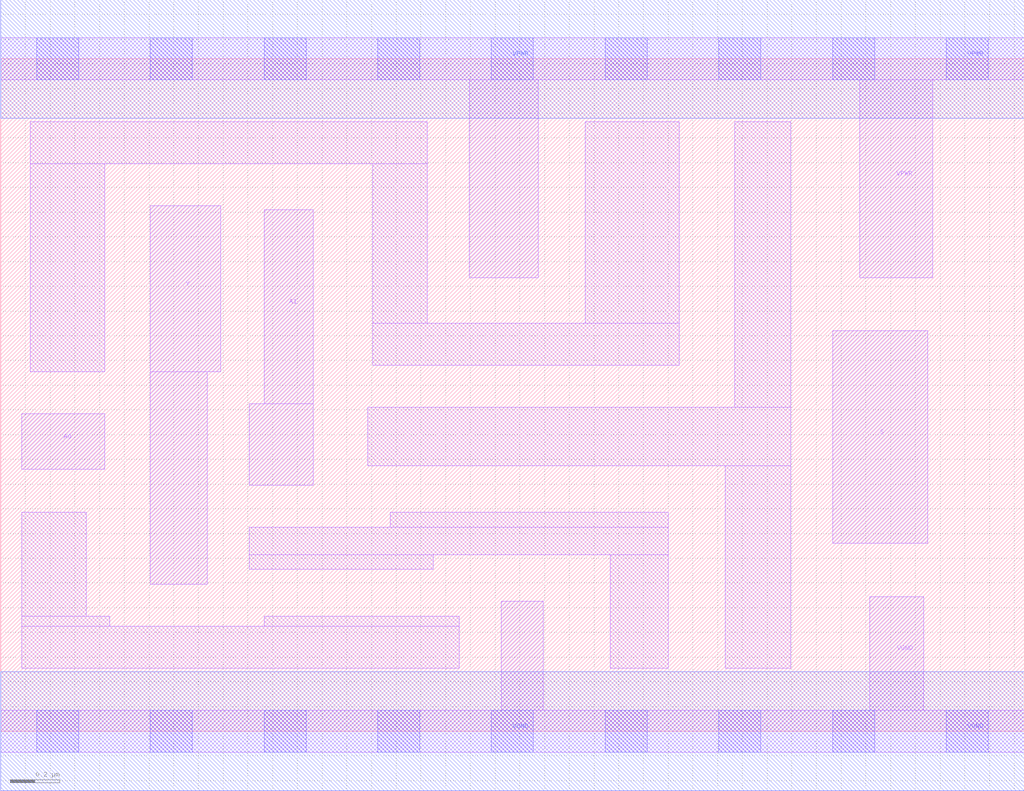
<source format=lef>
# Copyright 2020 The SkyWater PDK Authors
#
# Licensed under the Apache License, Version 2.0 (the "License");
# you may not use this file except in compliance with the License.
# You may obtain a copy of the License at
#
#     https://www.apache.org/licenses/LICENSE-2.0
#
# Unless required by applicable law or agreed to in writing, software
# distributed under the License is distributed on an "AS IS" BASIS,
# WITHOUT WARRANTIES OR CONDITIONS OF ANY KIND, either express or implied.
# See the License for the specific language governing permissions and
# limitations under the License.
#
# SPDX-License-Identifier: Apache-2.0

VERSION 5.7 ;
  NAMESCASESENSITIVE ON ;
  NOWIREEXTENSIONATPIN ON ;
  DIVIDERCHAR "/" ;
  BUSBITCHARS "[]" ;
UNITS
  DATABASE MICRONS 200 ;
END UNITS
PROPERTYDEFINITIONS
  MACRO maskLayoutSubType STRING ;
  MACRO prCellType STRING ;
  MACRO originalViewName STRING ;
END PROPERTYDEFINITIONS
MACRO sky130_fd_sc_hdll__mux2i_1
  CLASS CORE ;
  FOREIGN sky130_fd_sc_hdll__mux2i_1 ;
  ORIGIN  0.000000  0.000000 ;
  SIZE  4.140000 BY  2.720000 ;
  SYMMETRY X Y R90 ;
  SITE unithd ;
  PIN A0
    ANTENNAGATEAREA  0.277500 ;
    DIRECTION INPUT ;
    USE SIGNAL ;
    PORT
      LAYER li1 ;
        RECT 0.085000 1.060000 0.420000 1.285000 ;
    END
  END A0
  PIN A1
    ANTENNAGATEAREA  0.277500 ;
    DIRECTION INPUT ;
    USE SIGNAL ;
    PORT
      LAYER li1 ;
        RECT 1.005000 0.995000 1.265000 1.325000 ;
        RECT 1.065000 1.325000 1.265000 2.110000 ;
    END
  END A1
  PIN S
    ANTENNAGATEAREA  0.555000 ;
    DIRECTION INPUT ;
    USE SIGNAL ;
    PORT
      LAYER li1 ;
        RECT 3.365000 0.760000 3.750000 1.620000 ;
    END
  END S
  PIN Y
    ANTENNADIFFAREA  0.465500 ;
    DIRECTION OUTPUT ;
    USE SIGNAL ;
    PORT
      LAYER li1 ;
        RECT 0.605000 0.595000 0.835000 1.455000 ;
        RECT 0.605000 1.455000 0.890000 2.125000 ;
    END
  END Y
  PIN VGND
    DIRECTION INOUT ;
    USE GROUND ;
    PORT
      LAYER li1 ;
        RECT 0.000000 -0.085000 4.140000 0.085000 ;
        RECT 2.025000  0.085000 2.195000 0.525000 ;
        RECT 3.515000  0.085000 3.735000 0.545000 ;
      LAYER mcon ;
        RECT 0.145000 -0.085000 0.315000 0.085000 ;
        RECT 0.605000 -0.085000 0.775000 0.085000 ;
        RECT 1.065000 -0.085000 1.235000 0.085000 ;
        RECT 1.525000 -0.085000 1.695000 0.085000 ;
        RECT 1.985000 -0.085000 2.155000 0.085000 ;
        RECT 2.445000 -0.085000 2.615000 0.085000 ;
        RECT 2.905000 -0.085000 3.075000 0.085000 ;
        RECT 3.365000 -0.085000 3.535000 0.085000 ;
        RECT 3.825000 -0.085000 3.995000 0.085000 ;
      LAYER met1 ;
        RECT 0.000000 -0.240000 4.140000 0.240000 ;
    END
  END VGND
  PIN VPWR
    DIRECTION INOUT ;
    USE POWER ;
    PORT
      LAYER li1 ;
        RECT 0.000000 2.635000 4.140000 2.805000 ;
        RECT 1.895000 1.835000 2.175000 2.635000 ;
        RECT 3.475000 1.835000 3.770000 2.635000 ;
      LAYER mcon ;
        RECT 0.145000 2.635000 0.315000 2.805000 ;
        RECT 0.605000 2.635000 0.775000 2.805000 ;
        RECT 1.065000 2.635000 1.235000 2.805000 ;
        RECT 1.525000 2.635000 1.695000 2.805000 ;
        RECT 1.985000 2.635000 2.155000 2.805000 ;
        RECT 2.445000 2.635000 2.615000 2.805000 ;
        RECT 2.905000 2.635000 3.075000 2.805000 ;
        RECT 3.365000 2.635000 3.535000 2.805000 ;
        RECT 3.825000 2.635000 3.995000 2.805000 ;
      LAYER met1 ;
        RECT 0.000000 2.480000 4.140000 2.960000 ;
    END
  END VPWR
  OBS
    LAYER li1 ;
      RECT 0.085000 0.255000 1.855000 0.425000 ;
      RECT 0.085000 0.425000 0.440000 0.465000 ;
      RECT 0.085000 0.465000 0.345000 0.885000 ;
      RECT 0.120000 1.455000 0.420000 2.295000 ;
      RECT 0.120000 2.295000 1.725000 2.465000 ;
      RECT 1.005000 0.655000 1.750000 0.715000 ;
      RECT 1.005000 0.715000 2.700000 0.825000 ;
      RECT 1.065000 0.425000 1.855000 0.465000 ;
      RECT 1.485000 1.075000 3.195000 1.310000 ;
      RECT 1.505000 1.480000 2.745000 1.650000 ;
      RECT 1.505000 1.650000 1.725000 2.295000 ;
      RECT 1.575000 0.825000 2.700000 0.885000 ;
      RECT 2.365000 1.650000 2.745000 2.465000 ;
      RECT 2.465000 0.255000 2.700000 0.715000 ;
      RECT 2.930000 0.255000 3.195000 1.075000 ;
      RECT 2.970000 1.310000 3.195000 2.465000 ;
  END
  PROPERTY maskLayoutSubType "abstract" ;
  PROPERTY prCellType "standard" ;
  PROPERTY originalViewName "layout" ;
END sky130_fd_sc_hdll__mux2i_1

</source>
